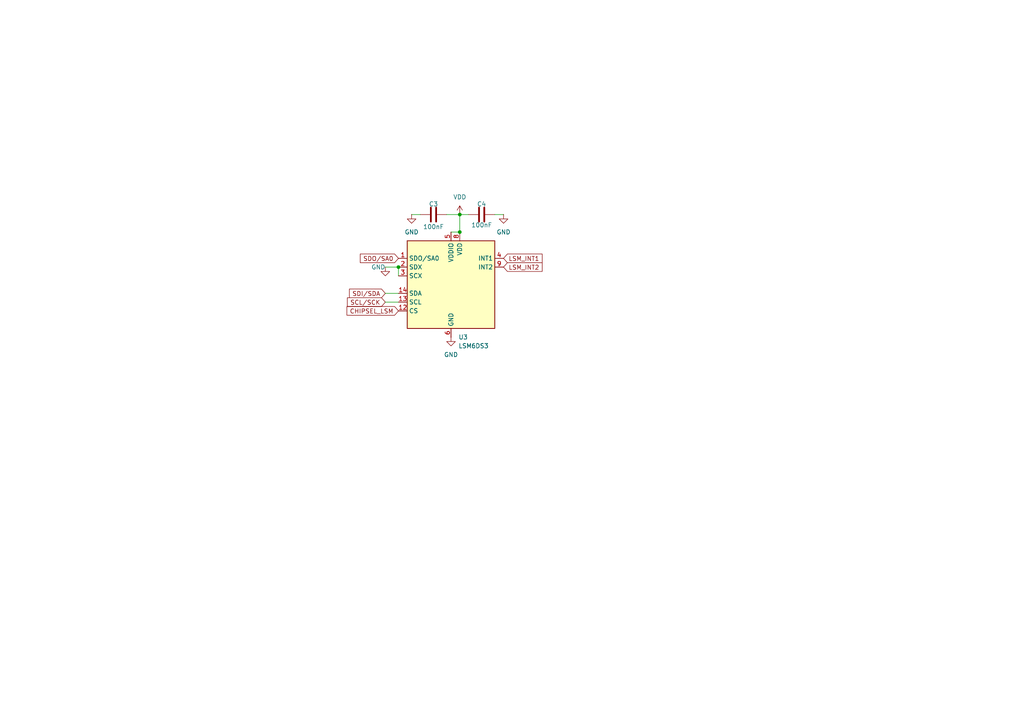
<source format=kicad_sch>
(kicad_sch (version 20250114) (generator "eeschema") (generator_version "9.0")
  (paper "A4")
  (lib_symbols
    (symbol "Device:C" (pin_numbers (hide yes)) (pin_names (offset 0.254))
      (property "Reference" "C" (at 0.635 2.54 0))
      (property "Value" "C" (at 0.635 -2.54 0))
      (symbol "C_0_1"
        (polyline (pts (xy -2.032 0.762) (xy 2.032 0.762)) (stroke (width 0.508)))
        (polyline (pts (xy -2.032 -0.762) (xy 2.032 -0.762)) (stroke (width 0.508)))
      )
      (symbol "C_1_1"
        (pin passive line (at 0 3.81 270) (length 2.794) (name "~") (number "1"))
        (pin passive line (at 0 -3.81 90) (length 2.794) (name "~") (number "2"))
      )
    )
    (symbol "Sensor_Motion:LSM6DS3"
      (property "Reference" "U" (at -11.43 15.24 0))
      (property "Value" "LSM6DS3" (at -11.43 12.7 0))
      (symbol "LSM6DS3_0_1"
        (rectangle (start -12.7 12.7) (end 12.7 -12.7) (stroke (width 0.254)) (fill (type background)))
      )
      (symbol "LSM6DS3_1_1"
        (pin bidirectional line (at -15.24 7.62 0) (length 2.54) (name "SDO/SA0") (number "1"))
        (pin bidirectional line (at -15.24 5.08 0) (length 2.54) (name "SDX") (number "2"))
        (pin input line (at -15.24 2.54 0) (length 2.54) (name "SCX") (number "3"))
        (pin bidirectional line (at -15.24 -2.54 0) (length 2.54) (name "SDA") (number "14"))
        (pin input line (at -15.24 -5.08 0) (length 2.54) (name "SCL") (number "13"))
        (pin input line (at -15.24 -7.62 0) (length 2.54) (name "CS") (number "12"))
        (pin power_in line (at 0 15.24 270) (length 2.54) (name "VDDIO") (number "5"))
        (pin power_in line (at 0 -15.24 90) (length 2.54) (name "GND") (number "6"))
        (pin passive line (at 0 -15.24 90) (length 2.54) (hide yes) (name "GND") (number "7"))
        (pin power_in line (at 2.54 15.24 270) (length 2.54) (name "VDD") (number "8"))
        (pin no_connect line (at 12.7 -2.54 180) (length 3.81) (hide yes) (name "NC") (number "11"))
        (pin no_connect line (at 12.7 -5.08 180) (length 3.81) (hide yes) (name "NC") (number "10"))
        (pin output line (at 15.24 7.62 180) (length 2.54) (name "INT1") (number "4"))
        (pin output line (at 15.24 5.08 180) (length 2.54) (name "INT2") (number "9"))
      )
    )
    (symbol "power:GND" (power) (pin_numbers (hide yes)) (pin_names (offset 0) (hide yes))
      (property "Value" "GND" (at 0 -3.81 0))
      (symbol "GND_0_1"
        (polyline (pts (xy 0 0) (xy 0 -1.27) (xy 1.27 -1.27) (xy 0 -2.54) (xy -1.27 -1.27) (xy 0 -1.27)))
      )
      (symbol "GND_1_1"
        (pin power_in line (at 0 0 270) (length 0) (name "~") (number "1"))
      )
    )
    (symbol "power:VDD" (power) (pin_numbers (hide yes)) (pin_names (offset 0) (hide yes))
      (property "Value" "VDD" (at 0 3.556 0))
      (symbol "VDD_0_1"
        (polyline (pts (xy -0.762 1.27) (xy 0 2.54)))
        (polyline (pts (xy 0 2.54) (xy 0.762 1.27)))
        (polyline (pts (xy 0 0) (xy 0 2.54)))
      )
      (symbol "VDD_1_1"
        (pin power_in line (at 0 0 90) (length 0) (name "~") (number "1"))
      )
    )
  )
  (junction (at 133.35 62.23))
  (junction (at 115.57 77.47))
  (junction (at 133.35 67.31))
  (wire (pts (xy 115.57 77.47) (xy 115.57 80.01)))
  (wire (pts (xy 111.76 77.47) (xy 115.57 77.47)))
  (wire (pts (xy 129.54 62.23) (xy 133.35 62.23)))
  (wire (pts (xy 143.51 62.23) (xy 146.05 62.23)))
  (wire (pts (xy 133.35 67.31) (xy 130.81 67.31)))
  (wire (pts (xy 133.35 62.23) (xy 133.35 67.31)))
  (wire (pts (xy 133.35 62.23) (xy 135.89 62.23)))
  (wire (pts (xy 119.38 62.23) (xy 121.92 62.23)))
  (wire (pts (xy 111.76 87.63) (xy 115.57 87.63)))
  (wire (pts (xy 111.76 85.09) (xy 115.57 85.09)))
  (global_label "SCL{slash}SCK" (shape input) (at 111.76 87.63 180) (property "Intersheetrefs" "${INTERSHEET_REFS}" (effects (hide yes))))
  (global_label "LSM_INT2" (shape input) (at 146.05 77.47 0) (property "Intersheetrefs" "${INTERSHEET_REFS}" (effects (hide yes))))
  (global_label "SDI{slash}SDA" (shape input) (at 111.76 85.09 180) (property "Intersheetrefs" "${INTERSHEET_REFS}" (effects (hide yes))))
  (global_label "LSM_INT1" (shape input) (at 146.05 74.93 0) (property "Intersheetrefs" "${INTERSHEET_REFS}" (effects (hide yes))))
  (global_label "CHIPSEL_LSM" (shape input) (at 115.57 90.17 180) (property "Intersheetrefs" "${INTERSHEET_REFS}" (effects (hide yes))))
  (global_label "SDO{slash}SA0" (shape input) (at 115.57 74.93 180) (property "Intersheetrefs" "${INTERSHEET_REFS}" (effects (hide yes))))
  (symbol (lib_id "power:GND") (at 146.05 62.23 0) (unit 1)
    (property "Reference" "#PWR011" (effects (hide yes)))
    (property "Value" "GND" (at 146.05 67.31 0))
    (property "Description" "Power symbol creates a global label with name \"GND\" , ground" (effects (hide yes)))
  )
  (symbol (lib_id "power:GND") (at 130.81 97.79 0) (unit 1)
    (property "Reference" "#PWR013" (effects (hide yes)))
    (property "Value" "GND" (at 130.81 102.87 0))
    (property "Description" "Power symbol creates a global label with name \"GND\" , ground" (effects (hide yes)))
  )
  (symbol (lib_id "power:GND") (at 111.76 77.47 0) (unit 1)
    (property "Reference" "#PWR014" (effects (hide yes)))
    (property "Value" "GND" (at 109.728 77.47 0))
    (property "Description" "Power symbol creates a global label with name \"GND\" , ground" (effects (hide yes)))
  )
  (symbol (lib_id "power:GND") (at 119.38 62.23 0) (unit 1)
    (property "Reference" "#PWR012" (effects (hide yes)))
    (property "Value" "GND" (at 119.38 67.31 0))
    (property "Description" "Power symbol creates a global label with name \"GND\" , ground" (effects (hide yes)))
  )
  (symbol (lib_id "Device:C") (at 125.73 62.23 90) (unit 1)
    (property "Reference" "C3" (at 125.73 59.182 90))
    (property "Value" "100nF" (at 125.73 65.786 90))
    (property "Footprint" "Capacitor_SMD:C_0402_1005Metric" (effects (hide yes)))
    (property "Description" "Unpolarized capacitor" (effects (hide yes)))
  )
  (symbol (lib_id "Device:C") (at 139.7 62.23 90) (unit 1)
    (property "Reference" "C4" (at 139.7 59.182 90))
    (property "Value" "100nF" (at 139.7 65.278 90))
    (property "Footprint" "Capacitor_SMD:C_0402_1005Metric" (effects (hide yes)))
    (property "Description" "Unpolarized capacitor" (effects (hide yes)))
  )
  (symbol (lib_id "power:VDD") (at 133.35 62.23 0) (unit 1)
    (property "Reference" "#PWR010" (effects (hide yes)))
    (property "Value" "VDD" (at 133.35 57.15 0))
    (property "Description" "Power symbol creates a global label with name \"VDD\"" (effects (hide yes)))
  )
  (symbol (lib_id "Sensor_Motion:LSM6DS3") (at 130.81 82.55 0) (unit 1)
    (property "Reference" "U3" (at 132.9533 97.79 0) (effects (justify left)))
    (property "Value" "LSM6DS3" (at 132.9533 100.33 0) (effects (justify left)))
    (property "Footprint" "Package_LGA:LGA-14_3x2.5mm_P0.5mm_LayoutBorder3x4y" (effects (hide yes)))
    (property "Datasheet" "https://www.st.com/resource/en/datasheet/lsm6ds3tr-c.pdf" (effects (hide yes)))
    (property "Description" "I2C/SPI, iNEMO inertial module: always-on 3D accelerometer and 3D gyroscope" (effects (hide yes)))
  )
)
</source>
